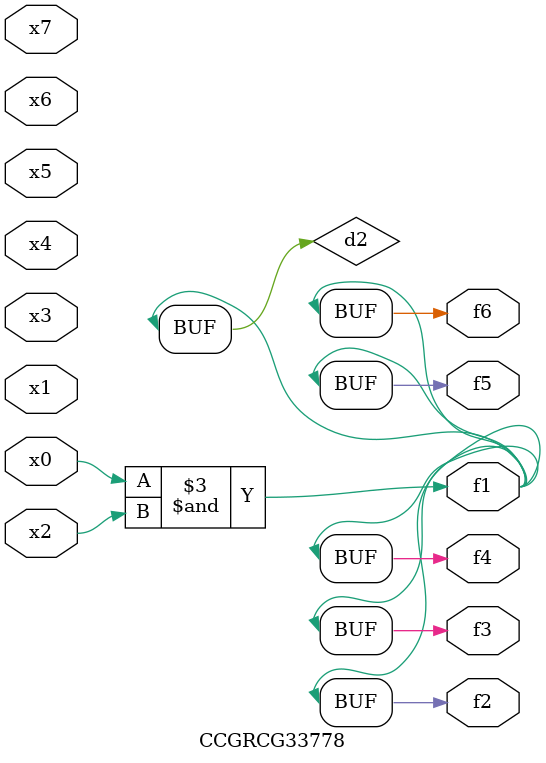
<source format=v>
module CCGRCG33778(
	input x0, x1, x2, x3, x4, x5, x6, x7,
	output f1, f2, f3, f4, f5, f6
);

	wire d1, d2;

	nor (d1, x3, x6);
	and (d2, x0, x2);
	assign f1 = d2;
	assign f2 = d2;
	assign f3 = d2;
	assign f4 = d2;
	assign f5 = d2;
	assign f6 = d2;
endmodule

</source>
